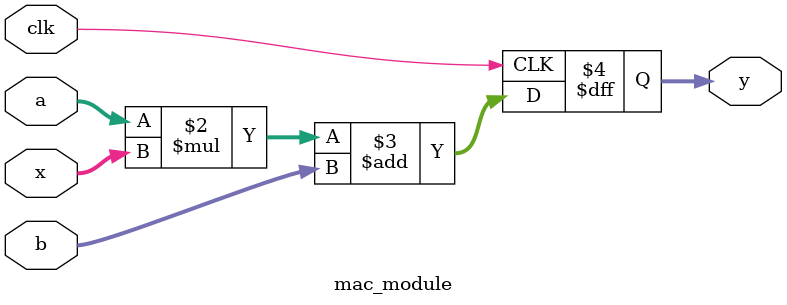
<source format=v>
module mac_module #(
    parameter width = 16
)
(
    input  [width-1:0] a,
    input   clk,
    input  [width-1:0] x,
    input  [width-1:0] b,
    output reg [2*width+1-1:0] y
);

always @(posedge clk) begin
    y <= a * x + b;
end

endmodule
</source>
